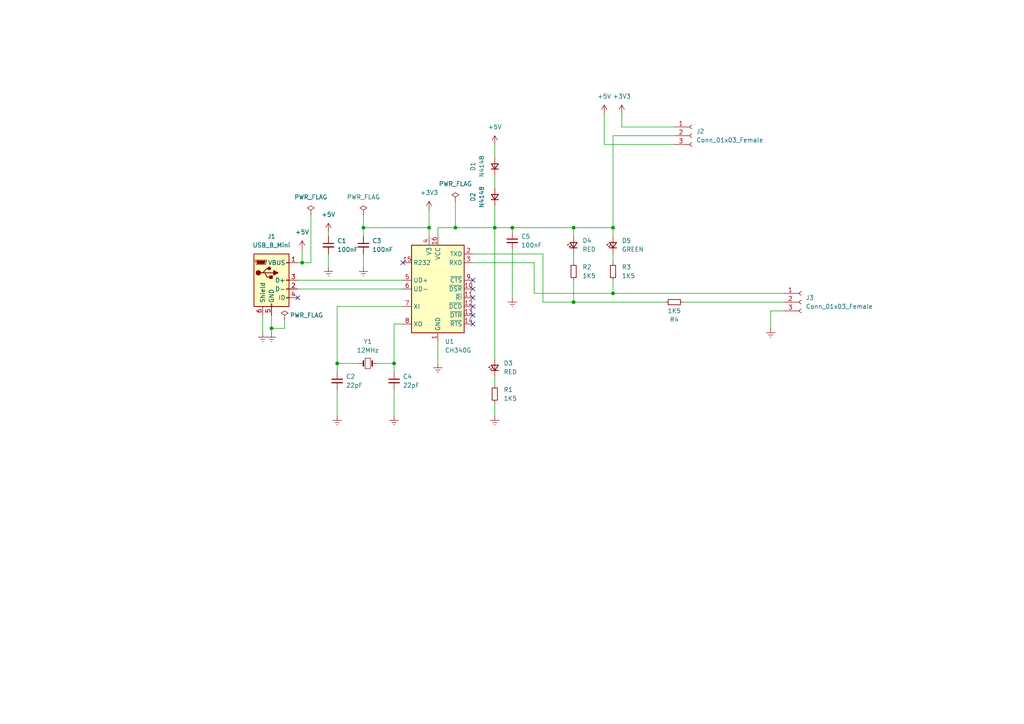
<source format=kicad_sch>
(kicad_sch (version 20211123) (generator eeschema)

  (uuid e63e39d7-6ac0-4ffd-8aa3-1841a4541b55)

  (paper "A4")

  (lib_symbols
    (symbol "Connector:Conn_01x03_Female" (pin_names (offset 1.016) hide) (in_bom yes) (on_board yes)
      (property "Reference" "J" (id 0) (at 0 5.08 0)
        (effects (font (size 1.27 1.27)))
      )
      (property "Value" "Conn_01x03_Female" (id 1) (at 0 -5.08 0)
        (effects (font (size 1.27 1.27)))
      )
      (property "Footprint" "" (id 2) (at 0 0 0)
        (effects (font (size 1.27 1.27)) hide)
      )
      (property "Datasheet" "~" (id 3) (at 0 0 0)
        (effects (font (size 1.27 1.27)) hide)
      )
      (property "ki_keywords" "connector" (id 4) (at 0 0 0)
        (effects (font (size 1.27 1.27)) hide)
      )
      (property "ki_description" "Generic connector, single row, 01x03, script generated (kicad-library-utils/schlib/autogen/connector/)" (id 5) (at 0 0 0)
        (effects (font (size 1.27 1.27)) hide)
      )
      (property "ki_fp_filters" "Connector*:*_1x??_*" (id 6) (at 0 0 0)
        (effects (font (size 1.27 1.27)) hide)
      )
      (symbol "Conn_01x03_Female_1_1"
        (arc (start 0 -2.032) (mid -0.508 -2.54) (end 0 -3.048)
          (stroke (width 0.1524) (type default) (color 0 0 0 0))
          (fill (type none))
        )
        (polyline
          (pts
            (xy -1.27 -2.54)
            (xy -0.508 -2.54)
          )
          (stroke (width 0.1524) (type default) (color 0 0 0 0))
          (fill (type none))
        )
        (polyline
          (pts
            (xy -1.27 0)
            (xy -0.508 0)
          )
          (stroke (width 0.1524) (type default) (color 0 0 0 0))
          (fill (type none))
        )
        (polyline
          (pts
            (xy -1.27 2.54)
            (xy -0.508 2.54)
          )
          (stroke (width 0.1524) (type default) (color 0 0 0 0))
          (fill (type none))
        )
        (arc (start 0 0.508) (mid -0.508 0) (end 0 -0.508)
          (stroke (width 0.1524) (type default) (color 0 0 0 0))
          (fill (type none))
        )
        (arc (start 0 3.048) (mid -0.508 2.54) (end 0 2.032)
          (stroke (width 0.1524) (type default) (color 0 0 0 0))
          (fill (type none))
        )
        (pin passive line (at -5.08 2.54 0) (length 3.81)
          (name "Pin_1" (effects (font (size 1.27 1.27))))
          (number "1" (effects (font (size 1.27 1.27))))
        )
        (pin passive line (at -5.08 0 0) (length 3.81)
          (name "Pin_2" (effects (font (size 1.27 1.27))))
          (number "2" (effects (font (size 1.27 1.27))))
        )
        (pin passive line (at -5.08 -2.54 0) (length 3.81)
          (name "Pin_3" (effects (font (size 1.27 1.27))))
          (number "3" (effects (font (size 1.27 1.27))))
        )
      )
    )
    (symbol "Connector:USB_B_Mini" (pin_names (offset 1.016)) (in_bom yes) (on_board yes)
      (property "Reference" "J" (id 0) (at -5.08 11.43 0)
        (effects (font (size 1.27 1.27)) (justify left))
      )
      (property "Value" "USB_B_Mini" (id 1) (at -5.08 8.89 0)
        (effects (font (size 1.27 1.27)) (justify left))
      )
      (property "Footprint" "" (id 2) (at 3.81 -1.27 0)
        (effects (font (size 1.27 1.27)) hide)
      )
      (property "Datasheet" "~" (id 3) (at 3.81 -1.27 0)
        (effects (font (size 1.27 1.27)) hide)
      )
      (property "ki_keywords" "connector USB mini" (id 4) (at 0 0 0)
        (effects (font (size 1.27 1.27)) hide)
      )
      (property "ki_description" "USB Mini Type B connector" (id 5) (at 0 0 0)
        (effects (font (size 1.27 1.27)) hide)
      )
      (property "ki_fp_filters" "USB*" (id 6) (at 0 0 0)
        (effects (font (size 1.27 1.27)) hide)
      )
      (symbol "USB_B_Mini_0_1"
        (rectangle (start -5.08 -7.62) (end 5.08 7.62)
          (stroke (width 0.254) (type default) (color 0 0 0 0))
          (fill (type background))
        )
        (circle (center -3.81 2.159) (radius 0.635)
          (stroke (width 0.254) (type default) (color 0 0 0 0))
          (fill (type outline))
        )
        (circle (center -0.635 3.429) (radius 0.381)
          (stroke (width 0.254) (type default) (color 0 0 0 0))
          (fill (type outline))
        )
        (rectangle (start -0.127 -7.62) (end 0.127 -6.858)
          (stroke (width 0) (type default) (color 0 0 0 0))
          (fill (type none))
        )
        (polyline
          (pts
            (xy -1.905 2.159)
            (xy 0.635 2.159)
          )
          (stroke (width 0.254) (type default) (color 0 0 0 0))
          (fill (type none))
        )
        (polyline
          (pts
            (xy -3.175 2.159)
            (xy -2.54 2.159)
            (xy -1.27 3.429)
            (xy -0.635 3.429)
          )
          (stroke (width 0.254) (type default) (color 0 0 0 0))
          (fill (type none))
        )
        (polyline
          (pts
            (xy -2.54 2.159)
            (xy -1.905 2.159)
            (xy -1.27 0.889)
            (xy 0 0.889)
          )
          (stroke (width 0.254) (type default) (color 0 0 0 0))
          (fill (type none))
        )
        (polyline
          (pts
            (xy 0.635 2.794)
            (xy 0.635 1.524)
            (xy 1.905 2.159)
            (xy 0.635 2.794)
          )
          (stroke (width 0.254) (type default) (color 0 0 0 0))
          (fill (type outline))
        )
        (polyline
          (pts
            (xy -4.318 5.588)
            (xy -1.778 5.588)
            (xy -2.032 4.826)
            (xy -4.064 4.826)
            (xy -4.318 5.588)
          )
          (stroke (width 0) (type default) (color 0 0 0 0))
          (fill (type outline))
        )
        (polyline
          (pts
            (xy -4.699 5.842)
            (xy -4.699 5.588)
            (xy -4.445 4.826)
            (xy -4.445 4.572)
            (xy -1.651 4.572)
            (xy -1.651 4.826)
            (xy -1.397 5.588)
            (xy -1.397 5.842)
            (xy -4.699 5.842)
          )
          (stroke (width 0) (type default) (color 0 0 0 0))
          (fill (type none))
        )
        (rectangle (start 0.254 1.27) (end -0.508 0.508)
          (stroke (width 0.254) (type default) (color 0 0 0 0))
          (fill (type outline))
        )
        (rectangle (start 5.08 -5.207) (end 4.318 -4.953)
          (stroke (width 0) (type default) (color 0 0 0 0))
          (fill (type none))
        )
        (rectangle (start 5.08 -2.667) (end 4.318 -2.413)
          (stroke (width 0) (type default) (color 0 0 0 0))
          (fill (type none))
        )
        (rectangle (start 5.08 -0.127) (end 4.318 0.127)
          (stroke (width 0) (type default) (color 0 0 0 0))
          (fill (type none))
        )
        (rectangle (start 5.08 4.953) (end 4.318 5.207)
          (stroke (width 0) (type default) (color 0 0 0 0))
          (fill (type none))
        )
      )
      (symbol "USB_B_Mini_1_1"
        (pin power_out line (at 7.62 5.08 180) (length 2.54)
          (name "VBUS" (effects (font (size 1.27 1.27))))
          (number "1" (effects (font (size 1.27 1.27))))
        )
        (pin bidirectional line (at 7.62 -2.54 180) (length 2.54)
          (name "D-" (effects (font (size 1.27 1.27))))
          (number "2" (effects (font (size 1.27 1.27))))
        )
        (pin bidirectional line (at 7.62 0 180) (length 2.54)
          (name "D+" (effects (font (size 1.27 1.27))))
          (number "3" (effects (font (size 1.27 1.27))))
        )
        (pin passive line (at 7.62 -5.08 180) (length 2.54)
          (name "ID" (effects (font (size 1.27 1.27))))
          (number "4" (effects (font (size 1.27 1.27))))
        )
        (pin power_out line (at 0 -10.16 90) (length 2.54)
          (name "GND" (effects (font (size 1.27 1.27))))
          (number "5" (effects (font (size 1.27 1.27))))
        )
        (pin passive line (at -2.54 -10.16 90) (length 2.54)
          (name "Shield" (effects (font (size 1.27 1.27))))
          (number "6" (effects (font (size 1.27 1.27))))
        )
      )
    )
    (symbol "Device:C_Small" (pin_numbers hide) (pin_names (offset 0.254) hide) (in_bom yes) (on_board yes)
      (property "Reference" "C" (id 0) (at 0.254 1.778 0)
        (effects (font (size 1.27 1.27)) (justify left))
      )
      (property "Value" "C_Small" (id 1) (at 0.254 -2.032 0)
        (effects (font (size 1.27 1.27)) (justify left))
      )
      (property "Footprint" "" (id 2) (at 0 0 0)
        (effects (font (size 1.27 1.27)) hide)
      )
      (property "Datasheet" "~" (id 3) (at 0 0 0)
        (effects (font (size 1.27 1.27)) hide)
      )
      (property "ki_keywords" "capacitor cap" (id 4) (at 0 0 0)
        (effects (font (size 1.27 1.27)) hide)
      )
      (property "ki_description" "Unpolarized capacitor, small symbol" (id 5) (at 0 0 0)
        (effects (font (size 1.27 1.27)) hide)
      )
      (property "ki_fp_filters" "C_*" (id 6) (at 0 0 0)
        (effects (font (size 1.27 1.27)) hide)
      )
      (symbol "C_Small_0_1"
        (polyline
          (pts
            (xy -1.524 -0.508)
            (xy 1.524 -0.508)
          )
          (stroke (width 0.3302) (type default) (color 0 0 0 0))
          (fill (type none))
        )
        (polyline
          (pts
            (xy -1.524 0.508)
            (xy 1.524 0.508)
          )
          (stroke (width 0.3048) (type default) (color 0 0 0 0))
          (fill (type none))
        )
      )
      (symbol "C_Small_1_1"
        (pin passive line (at 0 2.54 270) (length 2.032)
          (name "~" (effects (font (size 1.27 1.27))))
          (number "1" (effects (font (size 1.27 1.27))))
        )
        (pin passive line (at 0 -2.54 90) (length 2.032)
          (name "~" (effects (font (size 1.27 1.27))))
          (number "2" (effects (font (size 1.27 1.27))))
        )
      )
    )
    (symbol "Device:Crystal_Small" (pin_numbers hide) (pin_names (offset 1.016) hide) (in_bom yes) (on_board yes)
      (property "Reference" "Y" (id 0) (at 0 2.54 0)
        (effects (font (size 1.27 1.27)))
      )
      (property "Value" "Crystal_Small" (id 1) (at 0 -2.54 0)
        (effects (font (size 1.27 1.27)))
      )
      (property "Footprint" "" (id 2) (at 0 0 0)
        (effects (font (size 1.27 1.27)) hide)
      )
      (property "Datasheet" "~" (id 3) (at 0 0 0)
        (effects (font (size 1.27 1.27)) hide)
      )
      (property "ki_keywords" "quartz ceramic resonator oscillator" (id 4) (at 0 0 0)
        (effects (font (size 1.27 1.27)) hide)
      )
      (property "ki_description" "Two pin crystal, small symbol" (id 5) (at 0 0 0)
        (effects (font (size 1.27 1.27)) hide)
      )
      (property "ki_fp_filters" "Crystal*" (id 6) (at 0 0 0)
        (effects (font (size 1.27 1.27)) hide)
      )
      (symbol "Crystal_Small_0_1"
        (rectangle (start -0.762 -1.524) (end 0.762 1.524)
          (stroke (width 0) (type default) (color 0 0 0 0))
          (fill (type none))
        )
        (polyline
          (pts
            (xy -1.27 -0.762)
            (xy -1.27 0.762)
          )
          (stroke (width 0.381) (type default) (color 0 0 0 0))
          (fill (type none))
        )
        (polyline
          (pts
            (xy 1.27 -0.762)
            (xy 1.27 0.762)
          )
          (stroke (width 0.381) (type default) (color 0 0 0 0))
          (fill (type none))
        )
      )
      (symbol "Crystal_Small_1_1"
        (pin passive line (at -2.54 0 0) (length 1.27)
          (name "1" (effects (font (size 1.27 1.27))))
          (number "1" (effects (font (size 1.27 1.27))))
        )
        (pin passive line (at 2.54 0 180) (length 1.27)
          (name "2" (effects (font (size 1.27 1.27))))
          (number "2" (effects (font (size 1.27 1.27))))
        )
      )
    )
    (symbol "Device:D_Small" (pin_numbers hide) (pin_names (offset 0.254) hide) (in_bom yes) (on_board yes)
      (property "Reference" "D" (id 0) (at -1.27 2.032 0)
        (effects (font (size 1.27 1.27)) (justify left))
      )
      (property "Value" "D_Small" (id 1) (at -3.81 -2.032 0)
        (effects (font (size 1.27 1.27)) (justify left))
      )
      (property "Footprint" "" (id 2) (at 0 0 90)
        (effects (font (size 1.27 1.27)) hide)
      )
      (property "Datasheet" "~" (id 3) (at 0 0 90)
        (effects (font (size 1.27 1.27)) hide)
      )
      (property "ki_keywords" "diode" (id 4) (at 0 0 0)
        (effects (font (size 1.27 1.27)) hide)
      )
      (property "ki_description" "Diode, small symbol" (id 5) (at 0 0 0)
        (effects (font (size 1.27 1.27)) hide)
      )
      (property "ki_fp_filters" "TO-???* *_Diode_* *SingleDiode* D_*" (id 6) (at 0 0 0)
        (effects (font (size 1.27 1.27)) hide)
      )
      (symbol "D_Small_0_1"
        (polyline
          (pts
            (xy -0.762 -1.016)
            (xy -0.762 1.016)
          )
          (stroke (width 0.254) (type default) (color 0 0 0 0))
          (fill (type none))
        )
        (polyline
          (pts
            (xy -0.762 0)
            (xy 0.762 0)
          )
          (stroke (width 0) (type default) (color 0 0 0 0))
          (fill (type none))
        )
        (polyline
          (pts
            (xy 0.762 -1.016)
            (xy -0.762 0)
            (xy 0.762 1.016)
            (xy 0.762 -1.016)
          )
          (stroke (width 0.254) (type default) (color 0 0 0 0))
          (fill (type none))
        )
      )
      (symbol "D_Small_1_1"
        (pin passive line (at -2.54 0 0) (length 1.778)
          (name "K" (effects (font (size 1.27 1.27))))
          (number "1" (effects (font (size 1.27 1.27))))
        )
        (pin passive line (at 2.54 0 180) (length 1.778)
          (name "A" (effects (font (size 1.27 1.27))))
          (number "2" (effects (font (size 1.27 1.27))))
        )
      )
    )
    (symbol "Device:LED_Small" (pin_numbers hide) (pin_names (offset 0.254) hide) (in_bom yes) (on_board yes)
      (property "Reference" "D" (id 0) (at -1.27 3.175 0)
        (effects (font (size 1.27 1.27)) (justify left))
      )
      (property "Value" "LED_Small" (id 1) (at -4.445 -2.54 0)
        (effects (font (size 1.27 1.27)) (justify left))
      )
      (property "Footprint" "" (id 2) (at 0 0 90)
        (effects (font (size 1.27 1.27)) hide)
      )
      (property "Datasheet" "~" (id 3) (at 0 0 90)
        (effects (font (size 1.27 1.27)) hide)
      )
      (property "ki_keywords" "LED diode light-emitting-diode" (id 4) (at 0 0 0)
        (effects (font (size 1.27 1.27)) hide)
      )
      (property "ki_description" "Light emitting diode, small symbol" (id 5) (at 0 0 0)
        (effects (font (size 1.27 1.27)) hide)
      )
      (property "ki_fp_filters" "LED* LED_SMD:* LED_THT:*" (id 6) (at 0 0 0)
        (effects (font (size 1.27 1.27)) hide)
      )
      (symbol "LED_Small_0_1"
        (polyline
          (pts
            (xy -0.762 -1.016)
            (xy -0.762 1.016)
          )
          (stroke (width 0.254) (type default) (color 0 0 0 0))
          (fill (type none))
        )
        (polyline
          (pts
            (xy 1.016 0)
            (xy -0.762 0)
          )
          (stroke (width 0) (type default) (color 0 0 0 0))
          (fill (type none))
        )
        (polyline
          (pts
            (xy 0.762 -1.016)
            (xy -0.762 0)
            (xy 0.762 1.016)
            (xy 0.762 -1.016)
          )
          (stroke (width 0.254) (type default) (color 0 0 0 0))
          (fill (type none))
        )
        (polyline
          (pts
            (xy 0 0.762)
            (xy -0.508 1.27)
            (xy -0.254 1.27)
            (xy -0.508 1.27)
            (xy -0.508 1.016)
          )
          (stroke (width 0) (type default) (color 0 0 0 0))
          (fill (type none))
        )
        (polyline
          (pts
            (xy 0.508 1.27)
            (xy 0 1.778)
            (xy 0.254 1.778)
            (xy 0 1.778)
            (xy 0 1.524)
          )
          (stroke (width 0) (type default) (color 0 0 0 0))
          (fill (type none))
        )
      )
      (symbol "LED_Small_1_1"
        (pin passive line (at -2.54 0 0) (length 1.778)
          (name "K" (effects (font (size 1.27 1.27))))
          (number "1" (effects (font (size 1.27 1.27))))
        )
        (pin passive line (at 2.54 0 180) (length 1.778)
          (name "A" (effects (font (size 1.27 1.27))))
          (number "2" (effects (font (size 1.27 1.27))))
        )
      )
    )
    (symbol "Device:R_Small" (pin_numbers hide) (pin_names (offset 0.254) hide) (in_bom yes) (on_board yes)
      (property "Reference" "R" (id 0) (at 0.762 0.508 0)
        (effects (font (size 1.27 1.27)) (justify left))
      )
      (property "Value" "R_Small" (id 1) (at 0.762 -1.016 0)
        (effects (font (size 1.27 1.27)) (justify left))
      )
      (property "Footprint" "" (id 2) (at 0 0 0)
        (effects (font (size 1.27 1.27)) hide)
      )
      (property "Datasheet" "~" (id 3) (at 0 0 0)
        (effects (font (size 1.27 1.27)) hide)
      )
      (property "ki_keywords" "R resistor" (id 4) (at 0 0 0)
        (effects (font (size 1.27 1.27)) hide)
      )
      (property "ki_description" "Resistor, small symbol" (id 5) (at 0 0 0)
        (effects (font (size 1.27 1.27)) hide)
      )
      (property "ki_fp_filters" "R_*" (id 6) (at 0 0 0)
        (effects (font (size 1.27 1.27)) hide)
      )
      (symbol "R_Small_0_1"
        (rectangle (start -0.762 1.778) (end 0.762 -1.778)
          (stroke (width 0.2032) (type default) (color 0 0 0 0))
          (fill (type none))
        )
      )
      (symbol "R_Small_1_1"
        (pin passive line (at 0 2.54 270) (length 0.762)
          (name "~" (effects (font (size 1.27 1.27))))
          (number "1" (effects (font (size 1.27 1.27))))
        )
        (pin passive line (at 0 -2.54 90) (length 0.762)
          (name "~" (effects (font (size 1.27 1.27))))
          (number "2" (effects (font (size 1.27 1.27))))
        )
      )
    )
    (symbol "Interface_USB:CH340G" (in_bom yes) (on_board yes)
      (property "Reference" "U" (id 0) (at -5.08 13.97 0)
        (effects (font (size 1.27 1.27)) (justify right))
      )
      (property "Value" "CH340G" (id 1) (at 1.27 13.97 0)
        (effects (font (size 1.27 1.27)) (justify left))
      )
      (property "Footprint" "Package_SO:SOIC-16_3.9x9.9mm_P1.27mm" (id 2) (at 1.27 -13.97 0)
        (effects (font (size 1.27 1.27)) (justify left) hide)
      )
      (property "Datasheet" "http://www.datasheet5.com/pdf-local-2195953" (id 3) (at -8.89 20.32 0)
        (effects (font (size 1.27 1.27)) hide)
      )
      (property "ki_keywords" "USB UART Serial Converter Interface" (id 4) (at 0 0 0)
        (effects (font (size 1.27 1.27)) hide)
      )
      (property "ki_description" "USB serial converter, UART, SOIC-16" (id 5) (at 0 0 0)
        (effects (font (size 1.27 1.27)) hide)
      )
      (property "ki_fp_filters" "SOIC*3.9x9.9mm*P1.27mm*" (id 6) (at 0 0 0)
        (effects (font (size 1.27 1.27)) hide)
      )
      (symbol "CH340G_0_1"
        (rectangle (start -7.62 12.7) (end 7.62 -12.7)
          (stroke (width 0.254) (type default) (color 0 0 0 0))
          (fill (type background))
        )
      )
      (symbol "CH340G_1_1"
        (pin power_in line (at 0 -15.24 90) (length 2.54)
          (name "GND" (effects (font (size 1.27 1.27))))
          (number "1" (effects (font (size 1.27 1.27))))
        )
        (pin input line (at 10.16 0 180) (length 2.54)
          (name "~{DSR}" (effects (font (size 1.27 1.27))))
          (number "10" (effects (font (size 1.27 1.27))))
        )
        (pin input line (at 10.16 -2.54 180) (length 2.54)
          (name "~{RI}" (effects (font (size 1.27 1.27))))
          (number "11" (effects (font (size 1.27 1.27))))
        )
        (pin input line (at 10.16 -5.08 180) (length 2.54)
          (name "~{DCD}" (effects (font (size 1.27 1.27))))
          (number "12" (effects (font (size 1.27 1.27))))
        )
        (pin output line (at 10.16 -7.62 180) (length 2.54)
          (name "~{DTR}" (effects (font (size 1.27 1.27))))
          (number "13" (effects (font (size 1.27 1.27))))
        )
        (pin output line (at 10.16 -10.16 180) (length 2.54)
          (name "~{RTS}" (effects (font (size 1.27 1.27))))
          (number "14" (effects (font (size 1.27 1.27))))
        )
        (pin input line (at -10.16 7.62 0) (length 2.54)
          (name "R232" (effects (font (size 1.27 1.27))))
          (number "15" (effects (font (size 1.27 1.27))))
        )
        (pin power_in line (at 0 15.24 270) (length 2.54)
          (name "VCC" (effects (font (size 1.27 1.27))))
          (number "16" (effects (font (size 1.27 1.27))))
        )
        (pin output line (at 10.16 10.16 180) (length 2.54)
          (name "TXD" (effects (font (size 1.27 1.27))))
          (number "2" (effects (font (size 1.27 1.27))))
        )
        (pin input line (at 10.16 7.62 180) (length 2.54)
          (name "RXD" (effects (font (size 1.27 1.27))))
          (number "3" (effects (font (size 1.27 1.27))))
        )
        (pin passive line (at -2.54 15.24 270) (length 2.54)
          (name "V3" (effects (font (size 1.27 1.27))))
          (number "4" (effects (font (size 1.27 1.27))))
        )
        (pin bidirectional line (at -10.16 2.54 0) (length 2.54)
          (name "UD+" (effects (font (size 1.27 1.27))))
          (number "5" (effects (font (size 1.27 1.27))))
        )
        (pin bidirectional line (at -10.16 0 0) (length 2.54)
          (name "UD-" (effects (font (size 1.27 1.27))))
          (number "6" (effects (font (size 1.27 1.27))))
        )
        (pin input line (at -10.16 -5.08 0) (length 2.54)
          (name "XI" (effects (font (size 1.27 1.27))))
          (number "7" (effects (font (size 1.27 1.27))))
        )
        (pin output line (at -10.16 -10.16 0) (length 2.54)
          (name "XO" (effects (font (size 1.27 1.27))))
          (number "8" (effects (font (size 1.27 1.27))))
        )
        (pin input line (at 10.16 2.54 180) (length 2.54)
          (name "~{CTS}" (effects (font (size 1.27 1.27))))
          (number "9" (effects (font (size 1.27 1.27))))
        )
      )
    )
    (symbol "power:+3V3" (power) (pin_names (offset 0)) (in_bom yes) (on_board yes)
      (property "Reference" "#PWR" (id 0) (at 0 -3.81 0)
        (effects (font (size 1.27 1.27)) hide)
      )
      (property "Value" "+3V3" (id 1) (at 0 3.556 0)
        (effects (font (size 1.27 1.27)))
      )
      (property "Footprint" "" (id 2) (at 0 0 0)
        (effects (font (size 1.27 1.27)) hide)
      )
      (property "Datasheet" "" (id 3) (at 0 0 0)
        (effects (font (size 1.27 1.27)) hide)
      )
      (property "ki_keywords" "power-flag" (id 4) (at 0 0 0)
        (effects (font (size 1.27 1.27)) hide)
      )
      (property "ki_description" "Power symbol creates a global label with name \"+3V3\"" (id 5) (at 0 0 0)
        (effects (font (size 1.27 1.27)) hide)
      )
      (symbol "+3V3_0_1"
        (polyline
          (pts
            (xy -0.762 1.27)
            (xy 0 2.54)
          )
          (stroke (width 0) (type default) (color 0 0 0 0))
          (fill (type none))
        )
        (polyline
          (pts
            (xy 0 0)
            (xy 0 2.54)
          )
          (stroke (width 0) (type default) (color 0 0 0 0))
          (fill (type none))
        )
        (polyline
          (pts
            (xy 0 2.54)
            (xy 0.762 1.27)
          )
          (stroke (width 0) (type default) (color 0 0 0 0))
          (fill (type none))
        )
      )
      (symbol "+3V3_1_1"
        (pin power_in line (at 0 0 90) (length 0) hide
          (name "+3V3" (effects (font (size 1.27 1.27))))
          (number "1" (effects (font (size 1.27 1.27))))
        )
      )
    )
    (symbol "power:+5V" (power) (pin_names (offset 0)) (in_bom yes) (on_board yes)
      (property "Reference" "#PWR" (id 0) (at 0 -3.81 0)
        (effects (font (size 1.27 1.27)) hide)
      )
      (property "Value" "+5V" (id 1) (at 0 3.556 0)
        (effects (font (size 1.27 1.27)))
      )
      (property "Footprint" "" (id 2) (at 0 0 0)
        (effects (font (size 1.27 1.27)) hide)
      )
      (property "Datasheet" "" (id 3) (at 0 0 0)
        (effects (font (size 1.27 1.27)) hide)
      )
      (property "ki_keywords" "power-flag" (id 4) (at 0 0 0)
        (effects (font (size 1.27 1.27)) hide)
      )
      (property "ki_description" "Power symbol creates a global label with name \"+5V\"" (id 5) (at 0 0 0)
        (effects (font (size 1.27 1.27)) hide)
      )
      (symbol "+5V_0_1"
        (polyline
          (pts
            (xy -0.762 1.27)
            (xy 0 2.54)
          )
          (stroke (width 0) (type default) (color 0 0 0 0))
          (fill (type none))
        )
        (polyline
          (pts
            (xy 0 0)
            (xy 0 2.54)
          )
          (stroke (width 0) (type default) (color 0 0 0 0))
          (fill (type none))
        )
        (polyline
          (pts
            (xy 0 2.54)
            (xy 0.762 1.27)
          )
          (stroke (width 0) (type default) (color 0 0 0 0))
          (fill (type none))
        )
      )
      (symbol "+5V_1_1"
        (pin power_in line (at 0 0 90) (length 0) hide
          (name "+5V" (effects (font (size 1.27 1.27))))
          (number "1" (effects (font (size 1.27 1.27))))
        )
      )
    )
    (symbol "power:Earth" (power) (pin_names (offset 0)) (in_bom yes) (on_board yes)
      (property "Reference" "#PWR" (id 0) (at 0 -6.35 0)
        (effects (font (size 1.27 1.27)) hide)
      )
      (property "Value" "Earth" (id 1) (at 0 -3.81 0)
        (effects (font (size 1.27 1.27)) hide)
      )
      (property "Footprint" "" (id 2) (at 0 0 0)
        (effects (font (size 1.27 1.27)) hide)
      )
      (property "Datasheet" "~" (id 3) (at 0 0 0)
        (effects (font (size 1.27 1.27)) hide)
      )
      (property "ki_keywords" "power-flag ground gnd" (id 4) (at 0 0 0)
        (effects (font (size 1.27 1.27)) hide)
      )
      (property "ki_description" "Power symbol creates a global label with name \"Earth\"" (id 5) (at 0 0 0)
        (effects (font (size 1.27 1.27)) hide)
      )
      (symbol "Earth_0_1"
        (polyline
          (pts
            (xy -0.635 -1.905)
            (xy 0.635 -1.905)
          )
          (stroke (width 0) (type default) (color 0 0 0 0))
          (fill (type none))
        )
        (polyline
          (pts
            (xy -0.127 -2.54)
            (xy 0.127 -2.54)
          )
          (stroke (width 0) (type default) (color 0 0 0 0))
          (fill (type none))
        )
        (polyline
          (pts
            (xy 0 -1.27)
            (xy 0 0)
          )
          (stroke (width 0) (type default) (color 0 0 0 0))
          (fill (type none))
        )
        (polyline
          (pts
            (xy 1.27 -1.27)
            (xy -1.27 -1.27)
          )
          (stroke (width 0) (type default) (color 0 0 0 0))
          (fill (type none))
        )
      )
      (symbol "Earth_1_1"
        (pin power_in line (at 0 0 270) (length 0) hide
          (name "Earth" (effects (font (size 1.27 1.27))))
          (number "1" (effects (font (size 1.27 1.27))))
        )
      )
    )
    (symbol "power:PWR_FLAG" (power) (pin_numbers hide) (pin_names (offset 0) hide) (in_bom yes) (on_board yes)
      (property "Reference" "#FLG" (id 0) (at 0 1.905 0)
        (effects (font (size 1.27 1.27)) hide)
      )
      (property "Value" "PWR_FLAG" (id 1) (at 0 3.81 0)
        (effects (font (size 1.27 1.27)))
      )
      (property "Footprint" "" (id 2) (at 0 0 0)
        (effects (font (size 1.27 1.27)) hide)
      )
      (property "Datasheet" "~" (id 3) (at 0 0 0)
        (effects (font (size 1.27 1.27)) hide)
      )
      (property "ki_keywords" "power-flag" (id 4) (at 0 0 0)
        (effects (font (size 1.27 1.27)) hide)
      )
      (property "ki_description" "Special symbol for telling ERC where power comes from" (id 5) (at 0 0 0)
        (effects (font (size 1.27 1.27)) hide)
      )
      (symbol "PWR_FLAG_0_0"
        (pin power_out line (at 0 0 90) (length 0)
          (name "pwr" (effects (font (size 1.27 1.27))))
          (number "1" (effects (font (size 1.27 1.27))))
        )
      )
      (symbol "PWR_FLAG_0_1"
        (polyline
          (pts
            (xy 0 0)
            (xy 0 1.27)
            (xy -1.016 1.905)
            (xy 0 2.54)
            (xy 1.016 1.905)
            (xy 0 1.27)
          )
          (stroke (width 0) (type default) (color 0 0 0 0))
          (fill (type none))
        )
      )
    )
  )

  (junction (at 87.63 76.2) (diameter 0) (color 0 0 0 0)
    (uuid 1a52ed52-a350-46c1-9a3f-2c4738963a98)
  )
  (junction (at 148.59 66.04) (diameter 0) (color 0 0 0 0)
    (uuid 21010076-a4b1-49e7-87c9-6d262ca4d942)
  )
  (junction (at 166.37 87.63) (diameter 0) (color 0 0 0 0)
    (uuid 3050ae99-31bc-40fa-8d33-c7bb35f22dbb)
  )
  (junction (at 105.41 66.04) (diameter 0) (color 0 0 0 0)
    (uuid 3cd88d3b-4009-43ed-b50c-480d5bd51c91)
  )
  (junction (at 177.8 66.04) (diameter 0) (color 0 0 0 0)
    (uuid 4472aae1-b147-4122-a247-84cbdd93496c)
  )
  (junction (at 177.8 85.09) (diameter 0) (color 0 0 0 0)
    (uuid 5eaad51a-fb05-48e0-a054-92aa3dbcba9d)
  )
  (junction (at 166.37 66.04) (diameter 0) (color 0 0 0 0)
    (uuid 68e3b05a-433a-41a4-804c-845a5ccb49c5)
  )
  (junction (at 124.46 66.04) (diameter 0) (color 0 0 0 0)
    (uuid 6cf9738d-e131-41a7-b8e1-6c35766da530)
  )
  (junction (at 114.3 105.41) (diameter 0) (color 0 0 0 0)
    (uuid 809f70fd-374c-4d5c-9cab-d8e44fa2006c)
  )
  (junction (at 97.79 105.41) (diameter 0) (color 0 0 0 0)
    (uuid 95ec4230-8155-49f1-a3a3-fbb077d9346c)
  )
  (junction (at 143.51 66.04) (diameter 0) (color 0 0 0 0)
    (uuid a4fca215-c0f4-49fd-b743-e6014df0b23e)
  )
  (junction (at 78.74 95.25) (diameter 0) (color 0 0 0 0)
    (uuid ace5ab46-37de-4fcc-8506-4b8789b43d4d)
  )
  (junction (at 132.08 66.04) (diameter 0) (color 0 0 0 0)
    (uuid bda7bb75-083a-4400-9d2e-4a490de18ab6)
  )

  (no_connect (at 86.36 86.36) (uuid 2e9617c2-fd59-4ca8-8c5d-cb86a32e3ed9))
  (no_connect (at 116.84 76.2) (uuid 6ab58044-3411-4d94-9993-e4fec5f278c3))
  (no_connect (at 137.16 93.98) (uuid 6ab58044-3411-4d94-9993-e4fec5f278c4))
  (no_connect (at 137.16 81.28) (uuid 6ab58044-3411-4d94-9993-e4fec5f278c5))
  (no_connect (at 137.16 83.82) (uuid 6ab58044-3411-4d94-9993-e4fec5f278c6))
  (no_connect (at 137.16 86.36) (uuid 6ab58044-3411-4d94-9993-e4fec5f278c7))
  (no_connect (at 137.16 88.9) (uuid 6ab58044-3411-4d94-9993-e4fec5f278c8))
  (no_connect (at 137.16 91.44) (uuid 6ab58044-3411-4d94-9993-e4fec5f278c9))

  (wire (pts (xy 177.8 85.09) (xy 227.33 85.09))
    (stroke (width 0) (type default) (color 0 0 0 0))
    (uuid 0610e5c1-7e79-4a2c-bcc8-8e76eeecda25)
  )
  (wire (pts (xy 157.48 87.63) (xy 157.48 73.66))
    (stroke (width 0) (type default) (color 0 0 0 0))
    (uuid 06991c36-260c-4ad0-b2df-24bd62f62548)
  )
  (wire (pts (xy 114.3 113.03) (xy 114.3 120.65))
    (stroke (width 0) (type default) (color 0 0 0 0))
    (uuid 07d3b61f-181e-44f2-a79b-11ae69e583c2)
  )
  (wire (pts (xy 127 66.04) (xy 132.08 66.04))
    (stroke (width 0) (type default) (color 0 0 0 0))
    (uuid 092faf36-514f-4680-85e2-a2b9d76d2e44)
  )
  (wire (pts (xy 223.52 90.17) (xy 223.52 95.25))
    (stroke (width 0) (type default) (color 0 0 0 0))
    (uuid 0953977a-660f-44b6-8a6f-32e9028596bc)
  )
  (wire (pts (xy 180.34 36.83) (xy 195.58 36.83))
    (stroke (width 0) (type default) (color 0 0 0 0))
    (uuid 0b7e7216-d48e-41fc-8bc4-968fd6608f05)
  )
  (wire (pts (xy 148.59 66.04) (xy 143.51 66.04))
    (stroke (width 0) (type default) (color 0 0 0 0))
    (uuid 109ec28f-fea6-4ef2-a26c-7445ccb38284)
  )
  (wire (pts (xy 195.58 39.37) (xy 177.8 39.37))
    (stroke (width 0) (type default) (color 0 0 0 0))
    (uuid 10a7ed99-3346-4436-9e7d-492ab8b2cbc4)
  )
  (wire (pts (xy 166.37 66.04) (xy 166.37 68.58))
    (stroke (width 0) (type default) (color 0 0 0 0))
    (uuid 13a19fad-0e2c-42ac-93e2-d268daa65e37)
  )
  (wire (pts (xy 127 68.58) (xy 127 66.04))
    (stroke (width 0) (type default) (color 0 0 0 0))
    (uuid 200320fa-0195-4adb-90d4-979c37374d20)
  )
  (wire (pts (xy 82.55 95.25) (xy 78.74 95.25))
    (stroke (width 0) (type default) (color 0 0 0 0))
    (uuid 2219df43-461f-4afc-a217-72b01fc74215)
  )
  (wire (pts (xy 105.41 73.66) (xy 105.41 77.47))
    (stroke (width 0) (type default) (color 0 0 0 0))
    (uuid 2896f116-3a43-43ed-b55c-1b2ed10a9e15)
  )
  (wire (pts (xy 127 99.06) (xy 127 105.41))
    (stroke (width 0) (type default) (color 0 0 0 0))
    (uuid 28b25e90-c901-4f6e-b440-2cfbfaa4d3a8)
  )
  (wire (pts (xy 143.51 116.84) (xy 143.51 120.65))
    (stroke (width 0) (type default) (color 0 0 0 0))
    (uuid 307986d5-0806-47df-b096-f5a553b6c14d)
  )
  (wire (pts (xy 143.51 59.69) (xy 143.51 66.04))
    (stroke (width 0) (type default) (color 0 0 0 0))
    (uuid 343eb033-8ef7-429c-95a6-1f16f5bfe209)
  )
  (wire (pts (xy 105.41 68.58) (xy 105.41 66.04))
    (stroke (width 0) (type default) (color 0 0 0 0))
    (uuid 39d5fc32-8336-41b6-98a8-dce885387b17)
  )
  (wire (pts (xy 148.59 66.04) (xy 148.59 67.31))
    (stroke (width 0) (type default) (color 0 0 0 0))
    (uuid 3bc3a1f7-6e8d-4cb1-b522-61dab886a957)
  )
  (wire (pts (xy 114.3 93.98) (xy 116.84 93.98))
    (stroke (width 0) (type default) (color 0 0 0 0))
    (uuid 3f16966d-7d5a-455f-b122-17950442b6cc)
  )
  (wire (pts (xy 97.79 105.41) (xy 97.79 88.9))
    (stroke (width 0) (type default) (color 0 0 0 0))
    (uuid 405ad324-03a8-44c5-b00a-a994ebe99fbf)
  )
  (wire (pts (xy 86.36 81.28) (xy 116.84 81.28))
    (stroke (width 0) (type default) (color 0 0 0 0))
    (uuid 411f35e4-67c0-4f16-949c-8d9ceec7c473)
  )
  (wire (pts (xy 90.17 62.23) (xy 90.17 76.2))
    (stroke (width 0) (type default) (color 0 0 0 0))
    (uuid 4524f976-ec26-4518-b0f7-5a8e3737869f)
  )
  (wire (pts (xy 132.08 66.04) (xy 143.51 66.04))
    (stroke (width 0) (type default) (color 0 0 0 0))
    (uuid 4a562ccd-c18c-48fd-b665-42241c651f8c)
  )
  (wire (pts (xy 148.59 72.39) (xy 148.59 86.36))
    (stroke (width 0) (type default) (color 0 0 0 0))
    (uuid 4eb402ab-5863-4526-915b-609d54207d00)
  )
  (wire (pts (xy 97.79 105.41) (xy 104.14 105.41))
    (stroke (width 0) (type default) (color 0 0 0 0))
    (uuid 4f696190-4dd5-4abf-882f-9fc22ce21a7b)
  )
  (wire (pts (xy 177.8 85.09) (xy 154.94 85.09))
    (stroke (width 0) (type default) (color 0 0 0 0))
    (uuid 5005ed98-ca59-4018-b315-ac53e5d7b466)
  )
  (wire (pts (xy 90.17 76.2) (xy 87.63 76.2))
    (stroke (width 0) (type default) (color 0 0 0 0))
    (uuid 57823047-0670-442d-bfa3-1e186da635f5)
  )
  (wire (pts (xy 143.51 41.91) (xy 143.51 45.72))
    (stroke (width 0) (type default) (color 0 0 0 0))
    (uuid 5c32cdd1-4549-4159-93dc-96d148517439)
  )
  (wire (pts (xy 154.94 85.09) (xy 154.94 76.2))
    (stroke (width 0) (type default) (color 0 0 0 0))
    (uuid 5e0e8367-c379-46c1-8671-e5163fed770e)
  )
  (wire (pts (xy 166.37 81.28) (xy 166.37 87.63))
    (stroke (width 0) (type default) (color 0 0 0 0))
    (uuid 6556e0f3-f20d-48a0-b60c-2da55507469b)
  )
  (wire (pts (xy 166.37 73.66) (xy 166.37 76.2))
    (stroke (width 0) (type default) (color 0 0 0 0))
    (uuid 6bc35bb1-5278-4543-a6c5-f7113357d512)
  )
  (wire (pts (xy 177.8 66.04) (xy 166.37 66.04))
    (stroke (width 0) (type default) (color 0 0 0 0))
    (uuid 727f8972-8516-4c34-9113-56870024ebe1)
  )
  (wire (pts (xy 143.51 50.8) (xy 143.51 54.61))
    (stroke (width 0) (type default) (color 0 0 0 0))
    (uuid 764ea506-f702-428f-b747-1f2f07111114)
  )
  (wire (pts (xy 97.79 113.03) (xy 97.79 120.65))
    (stroke (width 0) (type default) (color 0 0 0 0))
    (uuid 780c5a90-e324-43e8-8953-a22d4b55d601)
  )
  (wire (pts (xy 114.3 105.41) (xy 114.3 93.98))
    (stroke (width 0) (type default) (color 0 0 0 0))
    (uuid 7bfbbc5f-3758-4a9b-ae23-8507aae1abe4)
  )
  (wire (pts (xy 180.34 36.83) (xy 180.34 33.02))
    (stroke (width 0) (type default) (color 0 0 0 0))
    (uuid 7d1b7618-f8de-4b3d-aa8b-046586bd73a9)
  )
  (wire (pts (xy 177.8 81.28) (xy 177.8 85.09))
    (stroke (width 0) (type default) (color 0 0 0 0))
    (uuid 824ec200-787c-4859-8060-cc4a596de29f)
  )
  (wire (pts (xy 97.79 88.9) (xy 116.84 88.9))
    (stroke (width 0) (type default) (color 0 0 0 0))
    (uuid 83d97768-449c-48d8-b275-f21273e32f82)
  )
  (wire (pts (xy 198.12 87.63) (xy 227.33 87.63))
    (stroke (width 0) (type default) (color 0 0 0 0))
    (uuid 84609ce5-bc05-4724-841c-7940888b8f9e)
  )
  (wire (pts (xy 109.22 105.41) (xy 114.3 105.41))
    (stroke (width 0) (type default) (color 0 0 0 0))
    (uuid 85c22c96-8aa9-4729-b651-96556c3913e3)
  )
  (wire (pts (xy 114.3 107.95) (xy 114.3 105.41))
    (stroke (width 0) (type default) (color 0 0 0 0))
    (uuid 86f84871-138d-4638-8b56-65c3edb7f9d6)
  )
  (wire (pts (xy 227.33 90.17) (xy 223.52 90.17))
    (stroke (width 0) (type default) (color 0 0 0 0))
    (uuid 8c32ce4e-83f1-41c0-8aaa-f5d3dd435f74)
  )
  (wire (pts (xy 76.2 91.44) (xy 76.2 96.52))
    (stroke (width 0) (type default) (color 0 0 0 0))
    (uuid 8e806abb-0abf-436e-9eb2-accf0328e785)
  )
  (wire (pts (xy 166.37 66.04) (xy 148.59 66.04))
    (stroke (width 0) (type default) (color 0 0 0 0))
    (uuid 9364f827-7e21-4ae4-9909-263761125c3d)
  )
  (wire (pts (xy 175.26 41.91) (xy 195.58 41.91))
    (stroke (width 0) (type default) (color 0 0 0 0))
    (uuid 95270271-9a2b-4e9e-b20c-1504be7d3b3a)
  )
  (wire (pts (xy 86.36 83.82) (xy 116.84 83.82))
    (stroke (width 0) (type default) (color 0 0 0 0))
    (uuid 98080273-7dd9-4a91-86fa-58c17a669c83)
  )
  (wire (pts (xy 124.46 66.04) (xy 124.46 68.58))
    (stroke (width 0) (type default) (color 0 0 0 0))
    (uuid a1f33146-8f6b-46e8-970b-ec99fbe44019)
  )
  (wire (pts (xy 86.36 76.2) (xy 87.63 76.2))
    (stroke (width 0) (type default) (color 0 0 0 0))
    (uuid a37ea250-0edd-4e02-a2b9-f8251c32c3b0)
  )
  (wire (pts (xy 95.25 73.66) (xy 95.25 77.47))
    (stroke (width 0) (type default) (color 0 0 0 0))
    (uuid aa750c59-9508-45f8-9286-b5cc61703354)
  )
  (wire (pts (xy 177.8 66.04) (xy 177.8 68.58))
    (stroke (width 0) (type default) (color 0 0 0 0))
    (uuid ac0ca6ca-a1f2-4249-8865-fe98d18f2b1c)
  )
  (wire (pts (xy 78.74 91.44) (xy 78.74 95.25))
    (stroke (width 0) (type default) (color 0 0 0 0))
    (uuid ae3a0ec1-b075-4531-8062-7594149e120b)
  )
  (wire (pts (xy 193.04 87.63) (xy 166.37 87.63))
    (stroke (width 0) (type default) (color 0 0 0 0))
    (uuid b4749ab5-70f4-4f1a-8667-132b3ea17be5)
  )
  (wire (pts (xy 105.41 62.23) (xy 105.41 66.04))
    (stroke (width 0) (type default) (color 0 0 0 0))
    (uuid bd671f12-c259-4c6d-a27f-66521edc446a)
  )
  (wire (pts (xy 95.25 67.31) (xy 95.25 68.58))
    (stroke (width 0) (type default) (color 0 0 0 0))
    (uuid c0826c36-a8eb-41c1-a091-24a43d410778)
  )
  (wire (pts (xy 157.48 73.66) (xy 137.16 73.66))
    (stroke (width 0) (type default) (color 0 0 0 0))
    (uuid c2bfd050-6cad-4791-96a0-3a01eaee2a12)
  )
  (wire (pts (xy 154.94 76.2) (xy 137.16 76.2))
    (stroke (width 0) (type default) (color 0 0 0 0))
    (uuid c4c3c95a-c4aa-4a99-ab04-dc6d3b92e10f)
  )
  (wire (pts (xy 143.51 104.14) (xy 143.51 66.04))
    (stroke (width 0) (type default) (color 0 0 0 0))
    (uuid c82bbccb-01cd-4b61-9030-bbe8d2cc46b8)
  )
  (wire (pts (xy 87.63 72.39) (xy 87.63 76.2))
    (stroke (width 0) (type default) (color 0 0 0 0))
    (uuid c83f8bb7-af47-4794-a656-22fde3acf90f)
  )
  (wire (pts (xy 143.51 109.22) (xy 143.51 111.76))
    (stroke (width 0) (type default) (color 0 0 0 0))
    (uuid d25bbdc9-47e1-48ba-9908-58d9ccb118b0)
  )
  (wire (pts (xy 177.8 39.37) (xy 177.8 66.04))
    (stroke (width 0) (type default) (color 0 0 0 0))
    (uuid d4f63665-89c5-48a8-9e99-d5dbb516d1fb)
  )
  (wire (pts (xy 105.41 66.04) (xy 124.46 66.04))
    (stroke (width 0) (type default) (color 0 0 0 0))
    (uuid da9d55f8-4e82-4b91-9dd8-60830378beaf)
  )
  (wire (pts (xy 166.37 87.63) (xy 157.48 87.63))
    (stroke (width 0) (type default) (color 0 0 0 0))
    (uuid ec8d6995-cd16-479e-831f-8f9681c39a17)
  )
  (wire (pts (xy 78.74 95.25) (xy 78.74 96.52))
    (stroke (width 0) (type default) (color 0 0 0 0))
    (uuid ee139a28-cfe2-4783-8909-ae50c3cd870b)
  )
  (wire (pts (xy 124.46 60.96) (xy 124.46 66.04))
    (stroke (width 0) (type default) (color 0 0 0 0))
    (uuid f6cbc372-21d8-4052-a07f-c5bb729afbca)
  )
  (wire (pts (xy 177.8 73.66) (xy 177.8 76.2))
    (stroke (width 0) (type default) (color 0 0 0 0))
    (uuid f88c84e6-f546-4f84-9e9b-d67776843223)
  )
  (wire (pts (xy 97.79 107.95) (xy 97.79 105.41))
    (stroke (width 0) (type default) (color 0 0 0 0))
    (uuid f937435c-3e8a-4085-9581-658aa12b0e2c)
  )
  (wire (pts (xy 82.55 92.71) (xy 82.55 95.25))
    (stroke (width 0) (type default) (color 0 0 0 0))
    (uuid fab30cbb-bd3d-4609-a035-5c90d487efa9)
  )
  (wire (pts (xy 132.08 58.42) (xy 132.08 66.04))
    (stroke (width 0) (type default) (color 0 0 0 0))
    (uuid fb47264f-b0d3-42af-8563-7c6fccaf0e38)
  )
  (wire (pts (xy 175.26 33.02) (xy 175.26 41.91))
    (stroke (width 0) (type default) (color 0 0 0 0))
    (uuid fbe37580-9800-44bd-928e-4503582d09e4)
  )

  (symbol (lib_id "power:+5V") (at 175.26 33.02 0) (unit 1)
    (in_bom yes) (on_board yes) (fields_autoplaced)
    (uuid 00e06ae4-36bd-488c-b931-4ac338b96b5e)
    (property "Reference" "#PWR012" (id 0) (at 175.26 36.83 0)
      (effects (font (size 1.27 1.27)) hide)
    )
    (property "Value" "+5V" (id 1) (at 175.26 27.94 0))
    (property "Footprint" "" (id 2) (at 175.26 33.02 0)
      (effects (font (size 1.27 1.27)) hide)
    )
    (property "Datasheet" "" (id 3) (at 175.26 33.02 0)
      (effects (font (size 1.27 1.27)) hide)
    )
    (pin "1" (uuid bac4382b-20ec-40fc-a580-3d041d77137b))
  )

  (symbol (lib_id "power:+5V") (at 87.63 72.39 0) (unit 1)
    (in_bom yes) (on_board yes) (fields_autoplaced)
    (uuid 0b92809b-d176-4af4-a2a4-e98b7f81352e)
    (property "Reference" "#PWR03" (id 0) (at 87.63 76.2 0)
      (effects (font (size 1.27 1.27)) hide)
    )
    (property "Value" "+5V" (id 1) (at 87.63 67.31 0))
    (property "Footprint" "" (id 2) (at 87.63 72.39 0)
      (effects (font (size 1.27 1.27)) hide)
    )
    (property "Datasheet" "" (id 3) (at 87.63 72.39 0)
      (effects (font (size 1.27 1.27)) hide)
    )
    (pin "1" (uuid 872f5fbc-c003-40e8-8433-33531beae166))
  )

  (symbol (lib_id "power:PWR_FLAG") (at 90.17 62.23 0) (unit 1)
    (in_bom yes) (on_board yes) (fields_autoplaced)
    (uuid 0e9eb510-4b4f-4053-8a6a-f3f8fcd42402)
    (property "Reference" "#FLG01" (id 0) (at 90.17 60.325 0)
      (effects (font (size 1.27 1.27)) hide)
    )
    (property "Value" "PWR_FLAG" (id 1) (at 90.17 57.15 0))
    (property "Footprint" "" (id 2) (at 90.17 62.23 0)
      (effects (font (size 1.27 1.27)) hide)
    )
    (property "Datasheet" "~" (id 3) (at 90.17 62.23 0)
      (effects (font (size 1.27 1.27)) hide)
    )
    (pin "1" (uuid 81e4cd29-d304-4461-b37d-f3e30f979cfe))
  )

  (symbol (lib_id "power:Earth") (at 97.79 120.65 0) (unit 1)
    (in_bom yes) (on_board yes) (fields_autoplaced)
    (uuid 20eda35d-4099-46fe-b55e-fd57d57e90ab)
    (property "Reference" "#PWR06" (id 0) (at 97.79 127 0)
      (effects (font (size 1.27 1.27)) hide)
    )
    (property "Value" "Earth" (id 1) (at 97.79 124.46 0)
      (effects (font (size 1.27 1.27)) hide)
    )
    (property "Footprint" "" (id 2) (at 97.79 120.65 0)
      (effects (font (size 1.27 1.27)) hide)
    )
    (property "Datasheet" "~" (id 3) (at 97.79 120.65 0)
      (effects (font (size 1.27 1.27)) hide)
    )
    (pin "1" (uuid 895cd730-bb25-40e7-abed-8dd0a7d24104))
  )

  (symbol (lib_id "Connector:USB_B_Mini") (at 78.74 81.28 0) (unit 1)
    (in_bom yes) (on_board yes) (fields_autoplaced)
    (uuid 224e8890-cdee-45fd-bd2e-64fe49c2de75)
    (property "Reference" "J1" (id 0) (at 78.74 68.58 0))
    (property "Value" "USB_B_Mini" (id 1) (at 78.74 71.12 0))
    (property "Footprint" "Connector_USB:USB_Micro-B_Molex-105017-0001" (id 2) (at 82.55 82.55 0)
      (effects (font (size 1.27 1.27)) hide)
    )
    (property "Datasheet" "~" (id 3) (at 82.55 82.55 0)
      (effects (font (size 1.27 1.27)) hide)
    )
    (pin "1" (uuid 8aaa3345-c586-4729-9584-3137be876023))
    (pin "2" (uuid a8333ca2-6919-4fe3-9f28-bacc852923df))
    (pin "3" (uuid ca2c6135-06b9-49ec-b90b-71e52fd66fd1))
    (pin "4" (uuid c6d0e6be-376d-4beb-9794-508920a2265a))
    (pin "5" (uuid 86a34ff8-9697-4394-b32e-9c903027c8af))
    (pin "6" (uuid 7d86ba37-b98f-40a5-b35f-96db8417b185))
  )

  (symbol (lib_id "power:Earth") (at 78.74 96.52 0) (unit 1)
    (in_bom yes) (on_board yes) (fields_autoplaced)
    (uuid 36fc437c-a054-4e02-9c4a-c2606a2d48f5)
    (property "Reference" "#PWR02" (id 0) (at 78.74 102.87 0)
      (effects (font (size 1.27 1.27)) hide)
    )
    (property "Value" "Earth" (id 1) (at 78.74 100.33 0)
      (effects (font (size 1.27 1.27)) hide)
    )
    (property "Footprint" "" (id 2) (at 78.74 96.52 0)
      (effects (font (size 1.27 1.27)) hide)
    )
    (property "Datasheet" "~" (id 3) (at 78.74 96.52 0)
      (effects (font (size 1.27 1.27)) hide)
    )
    (pin "1" (uuid c7abb362-afa0-4756-9921-caff579f1126))
  )

  (symbol (lib_id "Device:C_Small") (at 105.41 71.12 0) (unit 1)
    (in_bom yes) (on_board yes) (fields_autoplaced)
    (uuid 38ed2971-3835-4266-9b0b-7caed8f238d3)
    (property "Reference" "C3" (id 0) (at 107.95 69.8562 0)
      (effects (font (size 1.27 1.27)) (justify left))
    )
    (property "Value" "100nF" (id 1) (at 107.95 72.3962 0)
      (effects (font (size 1.27 1.27)) (justify left))
    )
    (property "Footprint" "Capacitor_SMD:C_1206_3216Metric_Pad1.33x1.80mm_HandSolder" (id 2) (at 105.41 71.12 0)
      (effects (font (size 1.27 1.27)) hide)
    )
    (property "Datasheet" "~" (id 3) (at 105.41 71.12 0)
      (effects (font (size 1.27 1.27)) hide)
    )
    (pin "1" (uuid ea0abb1c-eef6-4ece-97c4-8a6b0afe0425))
    (pin "2" (uuid 8628e550-83cc-4680-99c1-567370e3c220))
  )

  (symbol (lib_id "power:Earth") (at 148.59 86.36 0) (unit 1)
    (in_bom yes) (on_board yes) (fields_autoplaced)
    (uuid 47922431-808b-428d-8934-b93225f49af2)
    (property "Reference" "#PWR011" (id 0) (at 148.59 92.71 0)
      (effects (font (size 1.27 1.27)) hide)
    )
    (property "Value" "Earth" (id 1) (at 148.59 90.17 0)
      (effects (font (size 1.27 1.27)) hide)
    )
    (property "Footprint" "" (id 2) (at 148.59 86.36 0)
      (effects (font (size 1.27 1.27)) hide)
    )
    (property "Datasheet" "~" (id 3) (at 148.59 86.36 0)
      (effects (font (size 1.27 1.27)) hide)
    )
    (pin "1" (uuid 6ac57bd8-0374-4b85-b7e1-537defbb6769))
  )

  (symbol (lib_id "Device:C_Small") (at 114.3 110.49 0) (unit 1)
    (in_bom yes) (on_board yes) (fields_autoplaced)
    (uuid 482c0375-1411-4af7-9381-010f2a196e4c)
    (property "Reference" "C4" (id 0) (at 116.84 109.2262 0)
      (effects (font (size 1.27 1.27)) (justify left))
    )
    (property "Value" "22pF" (id 1) (at 116.84 111.7662 0)
      (effects (font (size 1.27 1.27)) (justify left))
    )
    (property "Footprint" "Capacitor_SMD:C_1206_3216Metric_Pad1.33x1.80mm_HandSolder" (id 2) (at 114.3 110.49 0)
      (effects (font (size 1.27 1.27)) hide)
    )
    (property "Datasheet" "~" (id 3) (at 114.3 110.49 0)
      (effects (font (size 1.27 1.27)) hide)
    )
    (pin "1" (uuid 22bd0cc1-1dcd-4461-9bcb-bac1be733cde))
    (pin "2" (uuid 68cb4a48-a613-4633-a3d6-d5935b85795d))
  )

  (symbol (lib_id "power:+3V3") (at 180.34 33.02 0) (unit 1)
    (in_bom yes) (on_board yes) (fields_autoplaced)
    (uuid 50a5146c-f89c-42d1-a780-70caf0f20855)
    (property "Reference" "#PWR013" (id 0) (at 180.34 36.83 0)
      (effects (font (size 1.27 1.27)) hide)
    )
    (property "Value" "+3V3" (id 1) (at 180.34 27.94 0))
    (property "Footprint" "" (id 2) (at 180.34 33.02 0)
      (effects (font (size 1.27 1.27)) hide)
    )
    (property "Datasheet" "" (id 3) (at 180.34 33.02 0)
      (effects (font (size 1.27 1.27)) hide)
    )
    (pin "1" (uuid 55e1a52f-809d-46fc-a52f-7c4a79737341))
  )

  (symbol (lib_id "Device:R_Small") (at 177.8 78.74 0) (unit 1)
    (in_bom yes) (on_board yes) (fields_autoplaced)
    (uuid 58bf0728-8cea-43ff-b75b-4443205c195d)
    (property "Reference" "R3" (id 0) (at 180.34 77.4699 0)
      (effects (font (size 1.27 1.27)) (justify left))
    )
    (property "Value" "1K5" (id 1) (at 180.34 80.0099 0)
      (effects (font (size 1.27 1.27)) (justify left))
    )
    (property "Footprint" "Resistor_SMD:R_1206_3216Metric_Pad1.30x1.75mm_HandSolder" (id 2) (at 177.8 78.74 0)
      (effects (font (size 1.27 1.27)) hide)
    )
    (property "Datasheet" "~" (id 3) (at 177.8 78.74 0)
      (effects (font (size 1.27 1.27)) hide)
    )
    (pin "1" (uuid c22a8733-5314-42ca-8f20-807e1149d7a3))
    (pin "2" (uuid 305602a0-a6c5-4250-864a-098f36caf1a6))
  )

  (symbol (lib_id "Device:C_Small") (at 95.25 71.12 0) (unit 1)
    (in_bom yes) (on_board yes) (fields_autoplaced)
    (uuid 59238275-2a72-4827-ae19-279ca104d8af)
    (property "Reference" "C1" (id 0) (at 97.79 69.8562 0)
      (effects (font (size 1.27 1.27)) (justify left))
    )
    (property "Value" "100nF" (id 1) (at 97.79 72.3962 0)
      (effects (font (size 1.27 1.27)) (justify left))
    )
    (property "Footprint" "Capacitor_SMD:C_1206_3216Metric_Pad1.33x1.80mm_HandSolder" (id 2) (at 95.25 71.12 0)
      (effects (font (size 1.27 1.27)) hide)
    )
    (property "Datasheet" "~" (id 3) (at 95.25 71.12 0)
      (effects (font (size 1.27 1.27)) hide)
    )
    (pin "1" (uuid 468265f2-8617-42cd-8cac-c4558cc47099))
    (pin "2" (uuid 5fba2f93-aa1e-4f26-8915-c4d258e20719))
  )

  (symbol (lib_id "Device:C_Small") (at 148.59 69.85 0) (unit 1)
    (in_bom yes) (on_board yes) (fields_autoplaced)
    (uuid 599cca88-87e6-4132-8254-2ef0bbd3c10d)
    (property "Reference" "C5" (id 0) (at 151.13 68.5862 0)
      (effects (font (size 1.27 1.27)) (justify left))
    )
    (property "Value" "100nF" (id 1) (at 151.13 71.1262 0)
      (effects (font (size 1.27 1.27)) (justify left))
    )
    (property "Footprint" "Capacitor_SMD:C_1206_3216Metric_Pad1.33x1.80mm_HandSolder" (id 2) (at 148.59 69.85 0)
      (effects (font (size 1.27 1.27)) hide)
    )
    (property "Datasheet" "~" (id 3) (at 148.59 69.85 0)
      (effects (font (size 1.27 1.27)) hide)
    )
    (pin "1" (uuid a015eab0-6f76-42f1-9391-160e6f75d293))
    (pin "2" (uuid 7745ae53-2db5-46b5-a486-e19c0557578e))
  )

  (symbol (lib_id "power:Earth") (at 223.52 95.25 0) (unit 1)
    (in_bom yes) (on_board yes) (fields_autoplaced)
    (uuid 5db8c8eb-fb9e-454a-ae6c-6f94be11fb8d)
    (property "Reference" "#PWR014" (id 0) (at 223.52 101.6 0)
      (effects (font (size 1.27 1.27)) hide)
    )
    (property "Value" "Earth" (id 1) (at 223.52 99.06 0)
      (effects (font (size 1.27 1.27)) hide)
    )
    (property "Footprint" "" (id 2) (at 223.52 95.25 0)
      (effects (font (size 1.27 1.27)) hide)
    )
    (property "Datasheet" "~" (id 3) (at 223.52 95.25 0)
      (effects (font (size 1.27 1.27)) hide)
    )
    (pin "1" (uuid 5f4c7c24-0d8b-4ff9-829a-ae38833fd421))
  )

  (symbol (lib_id "power:Earth") (at 95.25 77.47 0) (unit 1)
    (in_bom yes) (on_board yes) (fields_autoplaced)
    (uuid 602b1b0c-ccd7-474a-a553-14ef64e702f6)
    (property "Reference" "#PWR05" (id 0) (at 95.25 83.82 0)
      (effects (font (size 1.27 1.27)) hide)
    )
    (property "Value" "Earth" (id 1) (at 95.25 81.28 0)
      (effects (font (size 1.27 1.27)) hide)
    )
    (property "Footprint" "" (id 2) (at 95.25 77.47 0)
      (effects (font (size 1.27 1.27)) hide)
    )
    (property "Datasheet" "~" (id 3) (at 95.25 77.47 0)
      (effects (font (size 1.27 1.27)) hide)
    )
    (pin "1" (uuid c5a64e72-693d-4a49-97b9-8a4972583812))
  )

  (symbol (lib_id "power:Earth") (at 143.51 120.65 0) (unit 1)
    (in_bom yes) (on_board yes) (fields_autoplaced)
    (uuid 74d208bb-5d90-49e4-ae1a-ab22bcd94484)
    (property "Reference" "#PWR010" (id 0) (at 143.51 127 0)
      (effects (font (size 1.27 1.27)) hide)
    )
    (property "Value" "Earth" (id 1) (at 143.51 124.46 0)
      (effects (font (size 1.27 1.27)) hide)
    )
    (property "Footprint" "" (id 2) (at 143.51 120.65 0)
      (effects (font (size 1.27 1.27)) hide)
    )
    (property "Datasheet" "~" (id 3) (at 143.51 120.65 0)
      (effects (font (size 1.27 1.27)) hide)
    )
    (pin "1" (uuid 0e3b1324-1b96-4a73-9698-3b1d05bc0e37))
  )

  (symbol (lib_id "power:PWR_FLAG") (at 105.41 62.23 0) (unit 1)
    (in_bom yes) (on_board yes) (fields_autoplaced)
    (uuid 75fad480-98a9-4f33-a2ea-7c67c787977e)
    (property "Reference" "#FLG03" (id 0) (at 105.41 60.325 0)
      (effects (font (size 1.27 1.27)) hide)
    )
    (property "Value" "PWR_FLAG" (id 1) (at 105.41 57.15 0))
    (property "Footprint" "" (id 2) (at 105.41 62.23 0)
      (effects (font (size 1.27 1.27)) hide)
    )
    (property "Datasheet" "~" (id 3) (at 105.41 62.23 0)
      (effects (font (size 1.27 1.27)) hide)
    )
    (pin "1" (uuid 22d9c291-8b74-4399-a1d1-98b9b0868bf8))
  )

  (symbol (lib_id "power:Earth") (at 105.41 77.47 0) (unit 1)
    (in_bom yes) (on_board yes) (fields_autoplaced)
    (uuid 77c4561f-7c35-4f32-90d4-ba141bd3b063)
    (property "Reference" "#PWR07" (id 0) (at 105.41 83.82 0)
      (effects (font (size 1.27 1.27)) hide)
    )
    (property "Value" "Earth" (id 1) (at 105.41 81.28 0)
      (effects (font (size 1.27 1.27)) hide)
    )
    (property "Footprint" "" (id 2) (at 105.41 77.47 0)
      (effects (font (size 1.27 1.27)) hide)
    )
    (property "Datasheet" "~" (id 3) (at 105.41 77.47 0)
      (effects (font (size 1.27 1.27)) hide)
    )
    (pin "1" (uuid ddf1969b-a508-4951-9e4b-01e36494f7c4))
  )

  (symbol (lib_id "Device:Crystal_Small") (at 106.68 105.41 0) (unit 1)
    (in_bom yes) (on_board yes) (fields_autoplaced)
    (uuid 859e57f8-924d-41ca-8a18-dd872a799da4)
    (property "Reference" "Y1" (id 0) (at 106.68 99.06 0))
    (property "Value" "12MHz" (id 1) (at 106.68 101.6 0))
    (property "Footprint" "Crystal:Crystal_HC49-U_Vertical" (id 2) (at 106.68 105.41 0)
      (effects (font (size 1.27 1.27)) hide)
    )
    (property "Datasheet" "~" (id 3) (at 106.68 105.41 0)
      (effects (font (size 1.27 1.27)) hide)
    )
    (pin "1" (uuid 95ca36bc-2e45-4dc3-91c7-efa7ec6ec218))
    (pin "2" (uuid a755017f-9e38-42a3-b998-3319150635cb))
  )

  (symbol (lib_id "power:Earth") (at 127 105.41 0) (unit 1)
    (in_bom yes) (on_board yes) (fields_autoplaced)
    (uuid 8b27c7c2-fb89-4689-aa53-267b034bc4ca)
    (property "Reference" "#PWR0101" (id 0) (at 127 111.76 0)
      (effects (font (size 1.27 1.27)) hide)
    )
    (property "Value" "Earth" (id 1) (at 127 109.22 0)
      (effects (font (size 1.27 1.27)) hide)
    )
    (property "Footprint" "" (id 2) (at 127 105.41 0)
      (effects (font (size 1.27 1.27)) hide)
    )
    (property "Datasheet" "~" (id 3) (at 127 105.41 0)
      (effects (font (size 1.27 1.27)) hide)
    )
    (pin "1" (uuid 26697606-10f5-4135-a784-5eaf6b89ce21))
  )

  (symbol (lib_id "Device:LED_Small") (at 166.37 71.12 90) (unit 1)
    (in_bom yes) (on_board yes) (fields_autoplaced)
    (uuid 91ee24f3-c89a-4780-bf4a-3a992d4308eb)
    (property "Reference" "D4" (id 0) (at 168.91 69.7864 90)
      (effects (font (size 1.27 1.27)) (justify right))
    )
    (property "Value" "RED" (id 1) (at 168.91 72.3264 90)
      (effects (font (size 1.27 1.27)) (justify right))
    )
    (property "Footprint" "LED_SMD:LED_1206_3216Metric_Pad1.42x1.75mm_HandSolder" (id 2) (at 166.37 71.12 90)
      (effects (font (size 1.27 1.27)) hide)
    )
    (property "Datasheet" "~" (id 3) (at 166.37 71.12 90)
      (effects (font (size 1.27 1.27)) hide)
    )
    (pin "1" (uuid 1df9b926-420c-4868-b234-286e2327029a))
    (pin "2" (uuid 479262ab-d475-42cd-887f-4ef0826dadc9))
  )

  (symbol (lib_id "Device:D_Small") (at 143.51 57.15 90) (unit 1)
    (in_bom yes) (on_board yes) (fields_autoplaced)
    (uuid 984ee776-2401-40ae-a16b-9dee53145ada)
    (property "Reference" "D2" (id 0) (at 137.16 57.15 0))
    (property "Value" "N4148" (id 1) (at 139.7 57.15 0))
    (property "Footprint" "Diode_SMD:D_1206_3216Metric_Pad1.42x1.75mm_HandSolder" (id 2) (at 143.51 57.15 90)
      (effects (font (size 1.27 1.27)) hide)
    )
    (property "Datasheet" "~" (id 3) (at 143.51 57.15 90)
      (effects (font (size 1.27 1.27)) hide)
    )
    (pin "1" (uuid 0333cc61-dfdf-419d-a8a5-f662f2ed8d8b))
    (pin "2" (uuid a66b044b-5146-451a-b4b2-2c02e183640d))
  )

  (symbol (lib_id "power:+3V3") (at 124.46 60.96 0) (unit 1)
    (in_bom yes) (on_board yes) (fields_autoplaced)
    (uuid a6c05d8c-44df-4c2c-81c6-5a417397590d)
    (property "Reference" "#PWR0102" (id 0) (at 124.46 64.77 0)
      (effects (font (size 1.27 1.27)) hide)
    )
    (property "Value" "+3V3" (id 1) (at 124.46 55.88 0))
    (property "Footprint" "" (id 2) (at 124.46 60.96 0)
      (effects (font (size 1.27 1.27)) hide)
    )
    (property "Datasheet" "" (id 3) (at 124.46 60.96 0)
      (effects (font (size 1.27 1.27)) hide)
    )
    (pin "1" (uuid 3126ae48-c53d-4aed-a6a0-8431cc3e3a8d))
  )

  (symbol (lib_id "Interface_USB:CH340G") (at 127 83.82 0) (unit 1)
    (in_bom yes) (on_board yes) (fields_autoplaced)
    (uuid a7520ad3-0f8b-4788-92d4-8ffb277041e6)
    (property "Reference" "U1" (id 0) (at 129.0194 99.06 0)
      (effects (font (size 1.27 1.27)) (justify left))
    )
    (property "Value" "CH340G" (id 1) (at 129.0194 101.6 0)
      (effects (font (size 1.27 1.27)) (justify left))
    )
    (property "Footprint" "Package_SO:SOIC-16_3.9x9.9mm_P1.27mm" (id 2) (at 128.27 97.79 0)
      (effects (font (size 1.27 1.27)) (justify left) hide)
    )
    (property "Datasheet" "http://www.datasheet5.com/pdf-local-2195953" (id 3) (at 118.11 63.5 0)
      (effects (font (size 1.27 1.27)) hide)
    )
    (pin "1" (uuid c1d83899-e380-49f9-a87d-8e78bc089ebf))
    (pin "10" (uuid e9bb29b2-2bb9-4ea2-acd9-2bb3ca677a12))
    (pin "11" (uuid 62c076a3-d618-44a2-9042-9a08b3576787))
    (pin "12" (uuid da469d11-a8a4-414b-9449-d151eeaf4853))
    (pin "13" (uuid afb8e687-4a13-41a1-b8c0-89a749e897fe))
    (pin "14" (uuid 5cbb5968-dbb5-4b84-864a-ead1cacf75b9))
    (pin "15" (uuid 3f5fe6b7-98fc-4d3e-9567-f9f7202d1455))
    (pin "16" (uuid bb7f0588-d4d8-44bf-9ebf-3c533fe4d6ae))
    (pin "2" (uuid f1830a1b-f0cc-47ae-a2c9-679c82032f14))
    (pin "3" (uuid 6a955fc7-39d9-4c75-9a69-676ca8c0b9b2))
    (pin "4" (uuid e8314017-7be6-4011-9179-37449a29b311))
    (pin "5" (uuid e10b5627-3247-4c86-b9f6-ef474ca11543))
    (pin "6" (uuid 746ba970-8279-4e7b-aed3-f28687777c21))
    (pin "7" (uuid 71c31975-2c45-4d18-a25a-18e07a55d11e))
    (pin "8" (uuid 10109f84-4940-47f8-8640-91f185ac9bc1))
    (pin "9" (uuid 55e740a3-0735-4744-896e-2bf5437093b9))
  )

  (symbol (lib_id "power:+5V") (at 143.51 41.91 0) (unit 1)
    (in_bom yes) (on_board yes) (fields_autoplaced)
    (uuid aadafa40-950b-4fbf-856d-57b64b4d6313)
    (property "Reference" "#PWR09" (id 0) (at 143.51 45.72 0)
      (effects (font (size 1.27 1.27)) hide)
    )
    (property "Value" "+5V" (id 1) (at 143.51 36.83 0))
    (property "Footprint" "" (id 2) (at 143.51 41.91 0)
      (effects (font (size 1.27 1.27)) hide)
    )
    (property "Datasheet" "" (id 3) (at 143.51 41.91 0)
      (effects (font (size 1.27 1.27)) hide)
    )
    (pin "1" (uuid e9977b86-dbcd-46d1-a344-f81f087ea1ba))
  )

  (symbol (lib_id "Device:R_Small") (at 195.58 87.63 90) (unit 1)
    (in_bom yes) (on_board yes)
    (uuid b636eff6-1486-45ad-bd64-223c71303c81)
    (property "Reference" "R4" (id 0) (at 195.58 92.71 90))
    (property "Value" "1K5" (id 1) (at 195.58 90.17 90))
    (property "Footprint" "Resistor_SMD:R_1206_3216Metric_Pad1.30x1.75mm_HandSolder" (id 2) (at 195.58 87.63 0)
      (effects (font (size 1.27 1.27)) hide)
    )
    (property "Datasheet" "~" (id 3) (at 195.58 87.63 0)
      (effects (font (size 1.27 1.27)) hide)
    )
    (pin "1" (uuid a18edc15-bf66-4865-a5c1-b14872c48f96))
    (pin "2" (uuid 8ce42dac-46d1-4540-952d-e54aaa6a9525))
  )

  (symbol (lib_id "Connector:Conn_01x03_Female") (at 232.41 87.63 0) (unit 1)
    (in_bom yes) (on_board yes) (fields_autoplaced)
    (uuid c0698711-7639-4ecc-9f00-9384a0a9eac0)
    (property "Reference" "J3" (id 0) (at 233.68 86.3599 0)
      (effects (font (size 1.27 1.27)) (justify left))
    )
    (property "Value" "Conn_01x03_Female" (id 1) (at 233.68 88.8999 0)
      (effects (font (size 1.27 1.27)) (justify left))
    )
    (property "Footprint" "Connector_PinHeader_2.54mm:PinHeader_1x03_P2.54mm_Vertical" (id 2) (at 232.41 87.63 0)
      (effects (font (size 1.27 1.27)) hide)
    )
    (property "Datasheet" "~" (id 3) (at 232.41 87.63 0)
      (effects (font (size 1.27 1.27)) hide)
    )
    (pin "1" (uuid 5521e7cc-abaf-4215-9357-e1d0e534cd15))
    (pin "2" (uuid 4fd42951-5201-4f4f-ba4a-0a34ccbab4bb))
    (pin "3" (uuid b9b15629-ffab-4853-9407-4fe9382fb370))
  )

  (symbol (lib_id "Device:LED_Small") (at 177.8 71.12 90) (unit 1)
    (in_bom yes) (on_board yes) (fields_autoplaced)
    (uuid c3c478d7-0fce-4e54-8711-ee72f3e0bb94)
    (property "Reference" "D5" (id 0) (at 180.34 69.7864 90)
      (effects (font (size 1.27 1.27)) (justify right))
    )
    (property "Value" "GREEN" (id 1) (at 180.34 72.3264 90)
      (effects (font (size 1.27 1.27)) (justify right))
    )
    (property "Footprint" "LED_SMD:LED_1206_3216Metric_Pad1.42x1.75mm_HandSolder" (id 2) (at 177.8 71.12 90)
      (effects (font (size 1.27 1.27)) hide)
    )
    (property "Datasheet" "~" (id 3) (at 177.8 71.12 90)
      (effects (font (size 1.27 1.27)) hide)
    )
    (pin "1" (uuid fe05363e-b689-4212-87da-fd262a8b3686))
    (pin "2" (uuid 6233d76f-8f4a-4ad4-a87a-d9580478e48a))
  )

  (symbol (lib_id "Device:R_Small") (at 143.51 114.3 0) (unit 1)
    (in_bom yes) (on_board yes) (fields_autoplaced)
    (uuid c90c3edf-b443-47fb-8623-11e2dee68d54)
    (property "Reference" "R1" (id 0) (at 146.05 113.0299 0)
      (effects (font (size 1.27 1.27)) (justify left))
    )
    (property "Value" "1K5" (id 1) (at 146.05 115.5699 0)
      (effects (font (size 1.27 1.27)) (justify left))
    )
    (property "Footprint" "Resistor_SMD:R_1206_3216Metric_Pad1.30x1.75mm_HandSolder" (id 2) (at 143.51 114.3 0)
      (effects (font (size 1.27 1.27)) hide)
    )
    (property "Datasheet" "~" (id 3) (at 143.51 114.3 0)
      (effects (font (size 1.27 1.27)) hide)
    )
    (pin "1" (uuid b088f503-cfec-4e02-8251-c352b57fd4f9))
    (pin "2" (uuid f95e127b-3c21-483b-a1e1-7763386e33b8))
  )

  (symbol (lib_id "Device:LED_Small") (at 143.51 106.68 90) (unit 1)
    (in_bom yes) (on_board yes) (fields_autoplaced)
    (uuid d23abf19-3ccc-4587-b532-3bf42810e2c3)
    (property "Reference" "D3" (id 0) (at 146.05 105.3464 90)
      (effects (font (size 1.27 1.27)) (justify right))
    )
    (property "Value" "RED" (id 1) (at 146.05 107.8864 90)
      (effects (font (size 1.27 1.27)) (justify right))
    )
    (property "Footprint" "LED_SMD:LED_1206_3216Metric_Pad1.42x1.75mm_HandSolder" (id 2) (at 143.51 106.68 90)
      (effects (font (size 1.27 1.27)) hide)
    )
    (property "Datasheet" "~" (id 3) (at 143.51 106.68 90)
      (effects (font (size 1.27 1.27)) hide)
    )
    (pin "1" (uuid 78480b16-929b-4eb3-af9a-f9852b270f2a))
    (pin "2" (uuid fa4bc420-602e-4f0b-b64a-4d0cec8a43b6))
  )

  (symbol (lib_id "Connector:Conn_01x03_Female") (at 200.66 39.37 0) (unit 1)
    (in_bom yes) (on_board yes) (fields_autoplaced)
    (uuid d4e95aa0-57e4-47b6-a6b2-4749d2491cdb)
    (property "Reference" "J2" (id 0) (at 201.93 38.0999 0)
      (effects (font (size 1.27 1.27)) (justify left))
    )
    (property "Value" "Conn_01x03_Female" (id 1) (at 201.93 40.6399 0)
      (effects (font (size 1.27 1.27)) (justify left))
    )
    (property "Footprint" "Connector_PinHeader_2.54mm:PinHeader_1x03_P2.54mm_Vertical" (id 2) (at 200.66 39.37 0)
      (effects (font (size 1.27 1.27)) hide)
    )
    (property "Datasheet" "~" (id 3) (at 200.66 39.37 0)
      (effects (font (size 1.27 1.27)) hide)
    )
    (pin "1" (uuid f9f8e3b3-1388-4946-813f-1a5d5e0d1869))
    (pin "2" (uuid 250c8859-53d9-4b16-9e33-bcef2d0d08db))
    (pin "3" (uuid a2e977b9-6800-45b4-ae87-35d4429567ec))
  )

  (symbol (lib_id "power:PWR_FLAG") (at 82.55 92.71 0) (unit 1)
    (in_bom yes) (on_board yes)
    (uuid d91dbeff-81c6-4fb8-bb3a-36a08837981c)
    (property "Reference" "#FLG02" (id 0) (at 82.55 90.805 0)
      (effects (font (size 1.27 1.27)) hide)
    )
    (property "Value" "PWR_FLAG" (id 1) (at 88.9 91.44 0))
    (property "Footprint" "" (id 2) (at 82.55 92.71 0)
      (effects (font (size 1.27 1.27)) hide)
    )
    (property "Datasheet" "~" (id 3) (at 82.55 92.71 0)
      (effects (font (size 1.27 1.27)) hide)
    )
    (pin "1" (uuid 89f6d341-2ae4-459c-8006-b169651f6cf0))
  )

  (symbol (lib_id "power:+5V") (at 95.25 67.31 0) (unit 1)
    (in_bom yes) (on_board yes) (fields_autoplaced)
    (uuid d9c9fa31-25a6-4405-9c0f-5ead1fe2331b)
    (property "Reference" "#PWR04" (id 0) (at 95.25 71.12 0)
      (effects (font (size 1.27 1.27)) hide)
    )
    (property "Value" "+5V" (id 1) (at 95.25 62.23 0))
    (property "Footprint" "" (id 2) (at 95.25 67.31 0)
      (effects (font (size 1.27 1.27)) hide)
    )
    (property "Datasheet" "" (id 3) (at 95.25 67.31 0)
      (effects (font (size 1.27 1.27)) hide)
    )
    (pin "1" (uuid abf14d38-7bbd-46d7-a237-28882bf0db9e))
  )

  (symbol (lib_id "Device:D_Small") (at 143.51 48.26 90) (unit 1)
    (in_bom yes) (on_board yes) (fields_autoplaced)
    (uuid da789685-a411-43f7-9e60-33deeec706a7)
    (property "Reference" "D1" (id 0) (at 137.16 48.26 0))
    (property "Value" "N4148" (id 1) (at 139.7 48.26 0))
    (property "Footprint" "Diode_SMD:D_1206_3216Metric_Pad1.42x1.75mm_HandSolder" (id 2) (at 143.51 48.26 90)
      (effects (font (size 1.27 1.27)) hide)
    )
    (property "Datasheet" "~" (id 3) (at 143.51 48.26 90)
      (effects (font (size 1.27 1.27)) hide)
    )
    (pin "1" (uuid 6878efd6-c995-4ffa-8085-96db3a20a9f9))
    (pin "2" (uuid 79e46e73-b897-4898-ad64-4ac2b4acfce4))
  )

  (symbol (lib_id "Device:C_Small") (at 97.79 110.49 0) (unit 1)
    (in_bom yes) (on_board yes) (fields_autoplaced)
    (uuid e5614058-70e1-453c-9f71-7593e14c6cda)
    (property "Reference" "C2" (id 0) (at 100.33 109.2262 0)
      (effects (font (size 1.27 1.27)) (justify left))
    )
    (property "Value" "22pF" (id 1) (at 100.33 111.7662 0)
      (effects (font (size 1.27 1.27)) (justify left))
    )
    (property "Footprint" "Capacitor_SMD:C_1206_3216Metric_Pad1.33x1.80mm_HandSolder" (id 2) (at 97.79 110.49 0)
      (effects (font (size 1.27 1.27)) hide)
    )
    (property "Datasheet" "~" (id 3) (at 97.79 110.49 0)
      (effects (font (size 1.27 1.27)) hide)
    )
    (pin "1" (uuid c36c5c38-0623-435a-b37e-73b42d30547a))
    (pin "2" (uuid 65650245-3e17-4729-bab4-50f5eeea3c5d))
  )

  (symbol (lib_id "power:Earth") (at 114.3 120.65 0) (unit 1)
    (in_bom yes) (on_board yes) (fields_autoplaced)
    (uuid eb6b38a4-2f61-4ec2-a136-22b57d66db72)
    (property "Reference" "#PWR08" (id 0) (at 114.3 127 0)
      (effects (font (size 1.27 1.27)) hide)
    )
    (property "Value" "Earth" (id 1) (at 114.3 124.46 0)
      (effects (font (size 1.27 1.27)) hide)
    )
    (property "Footprint" "" (id 2) (at 114.3 120.65 0)
      (effects (font (size 1.27 1.27)) hide)
    )
    (property "Datasheet" "~" (id 3) (at 114.3 120.65 0)
      (effects (font (size 1.27 1.27)) hide)
    )
    (pin "1" (uuid f2b3a3c9-1ae3-4be6-a6ac-d22891601176))
  )

  (symbol (lib_id "power:PWR_FLAG") (at 132.08 58.42 0) (unit 1)
    (in_bom yes) (on_board yes) (fields_autoplaced)
    (uuid f0becd20-a084-41a4-8fdb-092a303d71e0)
    (property "Reference" "#FLG04" (id 0) (at 132.08 56.515 0)
      (effects (font (size 1.27 1.27)) hide)
    )
    (property "Value" "PWR_FLAG" (id 1) (at 132.08 53.34 0))
    (property "Footprint" "" (id 2) (at 132.08 58.42 0)
      (effects (font (size 1.27 1.27)) hide)
    )
    (property "Datasheet" "~" (id 3) (at 132.08 58.42 0)
      (effects (font (size 1.27 1.27)) hide)
    )
    (pin "1" (uuid f3617c87-fdfa-4d08-b59d-55b9e046c170))
  )

  (symbol (lib_id "Device:R_Small") (at 166.37 78.74 0) (unit 1)
    (in_bom yes) (on_board yes) (fields_autoplaced)
    (uuid f28244be-a819-452a-bfdb-f5adf4a3dd4e)
    (property "Reference" "R2" (id 0) (at 168.91 77.4699 0)
      (effects (font (size 1.27 1.27)) (justify left))
    )
    (property "Value" "1K5" (id 1) (at 168.91 80.0099 0)
      (effects (font (size 1.27 1.27)) (justify left))
    )
    (property "Footprint" "Resistor_SMD:R_1206_3216Metric_Pad1.30x1.75mm_HandSolder" (id 2) (at 166.37 78.74 0)
      (effects (font (size 1.27 1.27)) hide)
    )
    (property "Datasheet" "~" (id 3) (at 166.37 78.74 0)
      (effects (font (size 1.27 1.27)) hide)
    )
    (pin "1" (uuid 5615ff77-3dce-4275-869b-627ce27663bc))
    (pin "2" (uuid 70240b84-210b-475c-af2e-726312429f46))
  )

  (symbol (lib_id "power:Earth") (at 76.2 96.52 0) (unit 1)
    (in_bom yes) (on_board yes) (fields_autoplaced)
    (uuid f46a6695-81c4-486d-b286-c876c2428dc7)
    (property "Reference" "#PWR01" (id 0) (at 76.2 102.87 0)
      (effects (font (size 1.27 1.27)) hide)
    )
    (property "Value" "Earth" (id 1) (at 76.2 100.33 0)
      (effects (font (size 1.27 1.27)) hide)
    )
    (property "Footprint" "" (id 2) (at 76.2 96.52 0)
      (effects (font (size 1.27 1.27)) hide)
    )
    (property "Datasheet" "~" (id 3) (at 76.2 96.52 0)
      (effects (font (size 1.27 1.27)) hide)
    )
    (pin "1" (uuid 01cbfc86-4fd1-4ee8-b8d1-bc2378c594eb))
  )

  (sheet_instances
    (path "/" (page "1"))
  )

  (symbol_instances
    (path "/0e9eb510-4b4f-4053-8a6a-f3f8fcd42402"
      (reference "#FLG01") (unit 1) (value "PWR_FLAG") (footprint "")
    )
    (path "/d91dbeff-81c6-4fb8-bb3a-36a08837981c"
      (reference "#FLG02") (unit 1) (value "PWR_FLAG") (footprint "")
    )
    (path "/75fad480-98a9-4f33-a2ea-7c67c787977e"
      (reference "#FLG03") (unit 1) (value "PWR_FLAG") (footprint "")
    )
    (path "/f0becd20-a084-41a4-8fdb-092a303d71e0"
      (reference "#FLG04") (unit 1) (value "PWR_FLAG") (footprint "")
    )
    (path "/f46a6695-81c4-486d-b286-c876c2428dc7"
      (reference "#PWR01") (unit 1) (value "Earth") (footprint "")
    )
    (path "/36fc437c-a054-4e02-9c4a-c2606a2d48f5"
      (reference "#PWR02") (unit 1) (value "Earth") (footprint "")
    )
    (path "/0b92809b-d176-4af4-a2a4-e98b7f81352e"
      (reference "#PWR03") (unit 1) (value "+5V") (footprint "")
    )
    (path "/d9c9fa31-25a6-4405-9c0f-5ead1fe2331b"
      (reference "#PWR04") (unit 1) (value "+5V") (footprint "")
    )
    (path "/602b1b0c-ccd7-474a-a553-14ef64e702f6"
      (reference "#PWR05") (unit 1) (value "Earth") (footprint "")
    )
    (path "/20eda35d-4099-46fe-b55e-fd57d57e90ab"
      (reference "#PWR06") (unit 1) (value "Earth") (footprint "")
    )
    (path "/77c4561f-7c35-4f32-90d4-ba141bd3b063"
      (reference "#PWR07") (unit 1) (value "Earth") (footprint "")
    )
    (path "/eb6b38a4-2f61-4ec2-a136-22b57d66db72"
      (reference "#PWR08") (unit 1) (value "Earth") (footprint "")
    )
    (path "/aadafa40-950b-4fbf-856d-57b64b4d6313"
      (reference "#PWR09") (unit 1) (value "+5V") (footprint "")
    )
    (path "/74d208bb-5d90-49e4-ae1a-ab22bcd94484"
      (reference "#PWR010") (unit 1) (value "Earth") (footprint "")
    )
    (path "/47922431-808b-428d-8934-b93225f49af2"
      (reference "#PWR011") (unit 1) (value "Earth") (footprint "")
    )
    (path "/00e06ae4-36bd-488c-b931-4ac338b96b5e"
      (reference "#PWR012") (unit 1) (value "+5V") (footprint "")
    )
    (path "/50a5146c-f89c-42d1-a780-70caf0f20855"
      (reference "#PWR013") (unit 1) (value "+3V3") (footprint "")
    )
    (path "/5db8c8eb-fb9e-454a-ae6c-6f94be11fb8d"
      (reference "#PWR014") (unit 1) (value "Earth") (footprint "")
    )
    (path "/8b27c7c2-fb89-4689-aa53-267b034bc4ca"
      (reference "#PWR0101") (unit 1) (value "Earth") (footprint "")
    )
    (path "/a6c05d8c-44df-4c2c-81c6-5a417397590d"
      (reference "#PWR0102") (unit 1) (value "+3V3") (footprint "")
    )
    (path "/59238275-2a72-4827-ae19-279ca104d8af"
      (reference "C1") (unit 1) (value "100nF") (footprint "Capacitor_SMD:C_1206_3216Metric_Pad1.33x1.80mm_HandSolder")
    )
    (path "/e5614058-70e1-453c-9f71-7593e14c6cda"
      (reference "C2") (unit 1) (value "22pF") (footprint "Capacitor_SMD:C_1206_3216Metric_Pad1.33x1.80mm_HandSolder")
    )
    (path "/38ed2971-3835-4266-9b0b-7caed8f238d3"
      (reference "C3") (unit 1) (value "100nF") (footprint "Capacitor_SMD:C_1206_3216Metric_Pad1.33x1.80mm_HandSolder")
    )
    (path "/482c0375-1411-4af7-9381-010f2a196e4c"
      (reference "C4") (unit 1) (value "22pF") (footprint "Capacitor_SMD:C_1206_3216Metric_Pad1.33x1.80mm_HandSolder")
    )
    (path "/599cca88-87e6-4132-8254-2ef0bbd3c10d"
      (reference "C5") (unit 1) (value "100nF") (footprint "Capacitor_SMD:C_1206_3216Metric_Pad1.33x1.80mm_HandSolder")
    )
    (path "/da789685-a411-43f7-9e60-33deeec706a7"
      (reference "D1") (unit 1) (value "N4148") (footprint "Diode_SMD:D_1206_3216Metric_Pad1.42x1.75mm_HandSolder")
    )
    (path "/984ee776-2401-40ae-a16b-9dee53145ada"
      (reference "D2") (unit 1) (value "N4148") (footprint "Diode_SMD:D_1206_3216Metric_Pad1.42x1.75mm_HandSolder")
    )
    (path "/d23abf19-3ccc-4587-b532-3bf42810e2c3"
      (reference "D3") (unit 1) (value "RED") (footprint "LED_SMD:LED_1206_3216Metric_Pad1.42x1.75mm_HandSolder")
    )
    (path "/91ee24f3-c89a-4780-bf4a-3a992d4308eb"
      (reference "D4") (unit 1) (value "RED") (footprint "LED_SMD:LED_1206_3216Metric_Pad1.42x1.75mm_HandSolder")
    )
    (path "/c3c478d7-0fce-4e54-8711-ee72f3e0bb94"
      (reference "D5") (unit 1) (value "GREEN") (footprint "LED_SMD:LED_1206_3216Metric_Pad1.42x1.75mm_HandSolder")
    )
    (path "/224e8890-cdee-45fd-bd2e-64fe49c2de75"
      (reference "J1") (unit 1) (value "USB_B_Mini") (footprint "Connector_USB:USB_Micro-B_Molex-105017-0001")
    )
    (path "/d4e95aa0-57e4-47b6-a6b2-4749d2491cdb"
      (reference "J2") (unit 1) (value "Conn_01x03_Female") (footprint "Connector_PinHeader_2.54mm:PinHeader_1x03_P2.54mm_Vertical")
    )
    (path "/c0698711-7639-4ecc-9f00-9384a0a9eac0"
      (reference "J3") (unit 1) (value "Conn_01x03_Female") (footprint "Connector_PinHeader_2.54mm:PinHeader_1x03_P2.54mm_Vertical")
    )
    (path "/c90c3edf-b443-47fb-8623-11e2dee68d54"
      (reference "R1") (unit 1) (value "1K5") (footprint "Resistor_SMD:R_1206_3216Metric_Pad1.30x1.75mm_HandSolder")
    )
    (path "/f28244be-a819-452a-bfdb-f5adf4a3dd4e"
      (reference "R2") (unit 1) (value "1K5") (footprint "Resistor_SMD:R_1206_3216Metric_Pad1.30x1.75mm_HandSolder")
    )
    (path "/58bf0728-8cea-43ff-b75b-4443205c195d"
      (reference "R3") (unit 1) (value "1K5") (footprint "Resistor_SMD:R_1206_3216Metric_Pad1.30x1.75mm_HandSolder")
    )
    (path "/b636eff6-1486-45ad-bd64-223c71303c81"
      (reference "R4") (unit 1) (value "1K5") (footprint "Resistor_SMD:R_1206_3216Metric_Pad1.30x1.75mm_HandSolder")
    )
    (path "/a7520ad3-0f8b-4788-92d4-8ffb277041e6"
      (reference "U1") (unit 1) (value "CH340G") (footprint "Package_SO:SOIC-16_3.9x9.9mm_P1.27mm")
    )
    (path "/859e57f8-924d-41ca-8a18-dd872a799da4"
      (reference "Y1") (unit 1) (value "12MHz") (footprint "Crystal:Crystal_HC49-U_Vertical")
    )
  )
)

</source>
